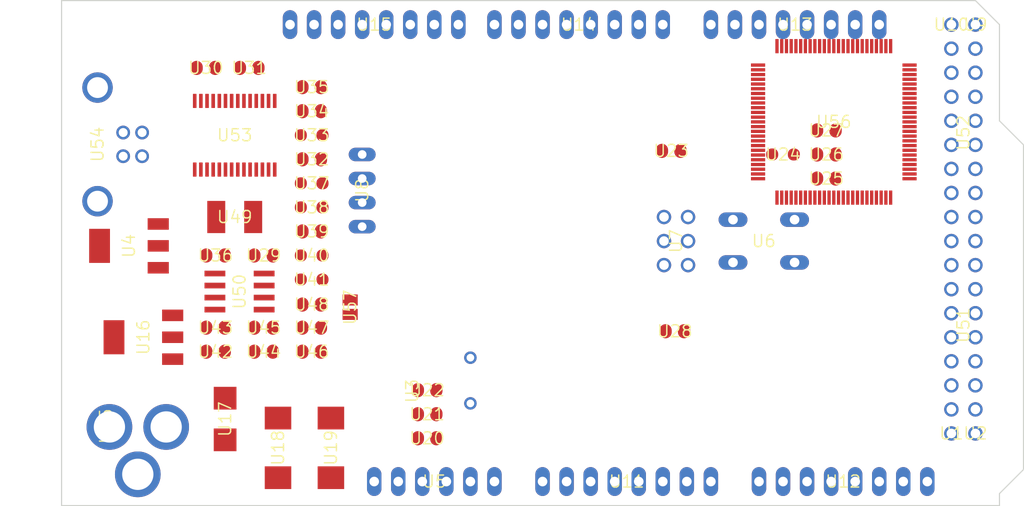
<source format=kicad_pcb>
(kicad_pcb (version 20221018) (generator pcbnew)
  (layers (0 "F.Cu" signal "Top") (31 "B.Cu" signal "Bottom") (34 "B.Paste" user) (35 "F.Paste" user) (36 "B.SilkS" user "B.Silkscreen") (37 "F.SilkS" user "F.Silkscreen") (38 "B.Mask" user) (39 "F.Mask" user) (44 "Edge.Cuts" user))
  (net 0 "")
  (net 1 "+5V")
  (net 2 "GND")
  (net 3 "N$6")
  (net 4 "N$7")
  (net 5 "AREF")
  (net 6 "RESET")
  (net 7 "VIN")
  (net 8 "N$3")
  (net 9 "PWRIN")
  (net 10 "M8RXD")
  (net 11 "M8TXD")
  (net 12 "ADC0")
  (net 13 "ADC2")
  (net 14 "ADC1")
  (net 15 "ADC3")
  (net 16 "ADC4")
  (net 17 "ADC5")
  (net 18 "ADC6")
  (net 19 "ADC7")
  (net 20 "+3V3")
  (net 21 "SDA")
  (net 22 "SCL")
  (net 23 "ADC9")
  (net 24 "ADC8")
  (net 25 "ADC10")
  (net 26 "ADC11")
  (net 27 "ADC12")
  (net 28 "ADC13")
  (net 29 "ADC14")
  (net 30 "ADC15")
  (net 31 "PB3")
  (net 32 "PB2")
  (net 33 "PB1")
  (net 34 "PB5")
  (net 35 "PB4")
  (net 36 "PE5")
  (net 37 "PE4")
  (net 38 "PE3")
  (net 39 "PE1")
  (net 40 "PE0")
  (net 41 "N$15")
  (net 42 "N$53")
  (net 43 "N$54")
  (net 44 "N$55")
  (net 45 "D-")
  (net 46 "D+")
  (net 47 "N$60")
  (net 48 "DTR")
  (net 49 "USBVCC")
  (net 50 "N$2")
  (net 51 "N$4")
  (net 52 "GATE_CMD")
  (net 53 "CMP")
  (net 54 "PB6")
  (net 55 "PH3")
  (net 56 "PH4")
  (net 57 "PH5")
  (net 58 "PH6")
  (net 59 "PG5")
  (net 60 "RXD1")
  (net 61 "TXD1")
  (net 62 "RXD2")
  (net 63 "RXD3")
  (net 64 "TXD2")
  (net 65 "TXD3")
  (net 66 "PC0")
  (net 67 "PC1")
  (net 68 "PC2")
  (net 69 "PC3")
  (net 70 "PC4")
  (net 71 "PC5")
  (net 72 "PC6")
  (net 73 "PC7")
  (net 74 "PB0")
  (net 75 "PG0")
  (net 76 "PG1")
  (net 77 "PG2")
  (net 78 "PD7")
  (net 79 "PA0")
  (net 80 "PA1")
  (net 81 "PA2")
  (net 82 "PA3")
  (net 83 "PA4")
  (net 84 "PA5")
  (net 85 "PA6")
  (net 86 "PA7")
  (net 87 "PL0")
  (net 88 "PL1")
  (net 89 "PL2")
  (net 90 "PL3")
  (net 91 "PL4")
  (net 92 "PL5")
  (net 93 "PL6")
  (net 94 "PL7")
  (net 95 "PB7")
  (net 96 "CTS")
  (net 97 "DSR")
  (net 98 "DCD")
  (net 99 "RI")
  (footprint "Arduino_MEGA_Reference_Design:2X03" (layer "F.Cu") (at 162.5981 103.7336 -90)
    (fp_text reference "U7")
    (fp_text value "")
  )
  (footprint "Arduino_MEGA_Reference_Design:1X08" (layer "F.Cu") (at 152.3111 80.8736 180)
    (fp_text reference "U14")
    (fp_text value "")
  )
  (footprint "Arduino_MEGA_Reference_Design:1X08" (layer "F.Cu") (at 130.7211 80.8736 180)
    (fp_text reference "U15")
    (fp_text value "")
  )
  (footprint "Arduino_MEGA_Reference_Design:SMC_D" (layer "F.Cu") (at 120.5611 125.5776 -90)
    (fp_text reference "U18")
    (fp_text value "")
  )
  (footprint "Arduino_MEGA_Reference_Design:SMC_D" (layer "F.Cu") (at 126.1491 125.5776 -90)
    (fp_text reference "U19")
    (fp_text value "")
  )
  (footprint "Arduino_MEGA_Reference_Design:B3F-10XX" (layer "F.Cu") (at 171.8691 103.7336 180)
    (fp_text reference "U6")
    (fp_text value "")
  )
  (footprint "Arduino_MEGA_Reference_Design:0805RND" (layer "F.Cu") (at 173.9011 94.5896 180)
    (fp_text reference "U24")
    (fp_text value "")
  )
  (footprint "Arduino_MEGA_Reference_Design:SMB" (layer "F.Cu") (at 114.9731 122.5296 -90)
    (fp_text reference "U17")
    (fp_text value "")
  )
  (footprint "Arduino_MEGA_Reference_Design:DC-21MM" (layer "F.Cu") (at 103.0351 123.2916 90)
    (fp_text reference "U55")
    (fp_text value "")
  )
  (footprint "Arduino_MEGA_Reference_Design:HC49_S" (layer "F.Cu") (at 140.8811 118.4656 90)
    (fp_text reference "U3")
    (fp_text value "")
  )
  (footprint "Arduino_MEGA_Reference_Design:SOT223" (layer "F.Cu") (at 106.3371 113.8936 90)
    (fp_text reference "U16")
    (fp_text value "")
  )
  (footprint "Arduino_MEGA_Reference_Design:1X06" (layer "F.Cu") (at 137.0711 129.1336)
    (fp_text reference "U5")
    (fp_text value "")
  )
  (footprint "Arduino_MEGA_Reference_Design:C0805RND" (layer "F.Cu") (at 124.1171 87.4776)
    (fp_text reference "U35")
    (fp_text value "")
  )
  (footprint "Arduino_MEGA_Reference_Design:C0805RND" (layer "F.Cu") (at 162.4711 113.2586)
    (fp_text reference "U28")
    (fp_text value "")
  )
  (footprint "Arduino_MEGA_Reference_Design:C0805RND" (layer "F.Cu") (at 136.3091 122.0216)
    (fp_text reference "U21")
    (fp_text value "")
  )
  (footprint "Arduino_MEGA_Reference_Design:C0805RND" (layer "F.Cu") (at 136.3091 119.4816)
    (fp_text reference "U22")
    (fp_text value "")
  )
  (footprint "Arduino_MEGA_Reference_Design:C0805RND" (layer "F.Cu") (at 113.9571 112.8776)
    (fp_text reference "U43")
    (fp_text value "")
  )
  (footprint "Arduino_MEGA_Reference_Design:RCL_0805RND" (layer "F.Cu") (at 124.1171 105.2576)
    (fp_text reference "U40")
    (fp_text value "")
  )
  (footprint "Arduino_MEGA_Reference_Design:RCL_0805RND" (layer "F.Cu") (at 124.1171 107.7976)
    (fp_text reference "U41")
    (fp_text value "")
  )
  (footprint "Arduino_MEGA_Reference_Design:1X08" (layer "F.Cu") (at 157.3911 129.1336)
    (fp_text reference "U11")
    (fp_text value "")
  )
  (footprint "Arduino_MEGA_Reference_Design:1X08" (layer "F.Cu") (at 175.1711 80.8736 180)
    (fp_text reference "U13")
    (fp_text value "")
  )
  (footprint "Arduino_MEGA_Reference_Design:R0805RND" (layer "F.Cu") (at 178.4731 94.5896 180)
    (fp_text reference "U26")
    (fp_text value "")
  )
  (footprint "Arduino_MEGA_Reference_Design:R0805RND" (layer "F.Cu") (at 178.4731 92.0496 180)
    (fp_text reference "U27")
    (fp_text value "")
  )
  (footprint "Arduino_MEGA_Reference_Design:TQFP100" (layer "F.Cu") (at 179.26370239257812 91.14759826660156 0)
    (fp_text reference "U56")
    (fp_text value "")
  )
  (footprint "Arduino_MEGA_Reference_Design:C0805RND" (layer "F.Cu") (at 162.0901 94.2086 180)
    (fp_text reference "U23")
    (fp_text value "")
  )
  (footprint "Arduino_MEGA_Reference_Design:C0805RND" (layer "F.Cu") (at 136.3091 124.5616)
    (fp_text reference "U20")
    (fp_text value "")
  )
  (footprint "Arduino_MEGA_Reference_Design:1X08" (layer "F.Cu") (at 180.2511 129.1336)
    (fp_text reference "U12")
    (fp_text value "")
  )
  (footprint "Arduino_MEGA_Reference_Design:R0805RND" (layer "F.Cu") (at 124.1171 112.8776)
    (fp_text reference "U47")
    (fp_text value "")
  )
  (footprint "Arduino_MEGA_Reference_Design:C0805RND" (layer "F.Cu") (at 124.1171 115.4176)
    (fp_text reference "U46")
    (fp_text value "")
  )
  (footprint "Arduino_MEGA_Reference_Design:C0805RND" (layer "F.Cu") (at 113.9571 105.2576)
    (fp_text reference "U36")
    (fp_text value "")
  )
  (footprint "Arduino_MEGA_Reference_Design:C0805RND" (layer "F.Cu") (at 112.9411 85.4456)
    (fp_text reference "U30")
    (fp_text value "")
  )
  (footprint "Arduino_MEGA_Reference_Design:0805RND" (layer "F.Cu") (at 124.1171 100.1776 180)
    (fp_text reference "U38")
    (fp_text value "")
  )
  (footprint "Arduino_MEGA_Reference_Design:0805RND" (layer "F.Cu") (at 124.1171 97.6376 180)
    (fp_text reference "U37")
    (fp_text value "")
  )
  (footprint "Arduino_MEGA_Reference_Design:R0805RND" (layer "F.Cu") (at 124.1171 95.0976)
    (fp_text reference "U32")
    (fp_text value "")
  )
  (footprint "Arduino_MEGA_Reference_Design:R0805RND" (layer "F.Cu") (at 124.1171 102.7176)
    (fp_text reference "U39")
    (fp_text value "")
  )
  (footprint "Arduino_MEGA_Reference_Design:SSOP28" (layer "F.Cu") (at 115.9891 92.5576)
    (fp_text reference "U53")
    (fp_text value "")
  )
  (footprint "Arduino_MEGA_Reference_Design:PN61729" (layer "F.Cu") (at 98.9584 93.5228 -90)
    (fp_text reference "U54")
    (fp_text value "")
  )
  (footprint "Arduino_MEGA_Reference_Design:L1812" (layer "F.Cu") (at 115.9891 101.1936)
    (fp_text reference "U49")
    (fp_text value "")
  )
  (footprint "Arduino_MEGA_Reference_Design:C0805RND" (layer "F.Cu") (at 117.5131 85.4456)
    (fp_text reference "U31")
    (fp_text value "")
  )
  (footprint "Arduino_MEGA_Reference_Design:0805RND" (layer "F.Cu") (at 124.1171 92.5576 180)
    (fp_text reference "U33")
    (fp_text value "")
  )
  (footprint "Arduino_MEGA_Reference_Design:R0805RND" (layer "F.Cu") (at 124.1171 90.0176 180)
    (fp_text reference "U34")
    (fp_text value "")
  )
  (footprint "Arduino_MEGA_Reference_Design:C0805RND" (layer "F.Cu") (at 124.1171 110.4392 180)
    (fp_text reference "U48")
    (fp_text value "")
  )
  (footprint "Arduino_MEGA_Reference_Design:SOT223" (layer "F.Cu") (at 104.8131 104.2416 90)
    (fp_text reference "U4")
    (fp_text value "")
  )
  (footprint "Arduino_MEGA_Reference_Design:SO08" (layer "F.Cu") (at 116.4971 109.0676 -90)
    (fp_text reference "U50")
    (fp_text value "")
  )
  (footprint "Arduino_MEGA_Reference_Design:R0805RND" (layer "F.Cu") (at 113.9571 115.4176 180)
    (fp_text reference "U42")
    (fp_text value "")
  )
  (footprint "Arduino_MEGA_Reference_Design:R0805RND" (layer "F.Cu") (at 119.0371 112.8776 180)
    (fp_text reference "U45")
    (fp_text value "")
  )
  (footprint "Arduino_MEGA_Reference_Design:C0805RND" (layer "F.Cu") (at 119.0371 115.4176 180)
    (fp_text reference "U44")
    (fp_text value "")
  )
  (footprint "Arduino_MEGA_Reference_Design:C0805RND" (layer "F.Cu") (at 119.0371 105.2576)
    (fp_text reference "U29")
    (fp_text value "")
  )
  (footprint "Arduino_MEGA_Reference_Design:2X08" (layer "F.Cu") (at 192.9511 92.3036 90)
    (fp_text reference "U52")
    (fp_text value "")
  )
  (footprint "Arduino_MEGA_Reference_Design:2X08" (layer "F.Cu") (at 192.9511 112.6236 90)
    (fp_text reference "U51")
    (fp_text value "")
  )
  (footprint "Arduino_MEGA_Reference_Design:R0805RND" (layer "F.Cu") (at 178.4731 97.1296 180)
    (fp_text reference "U25")
    (fp_text value "")
  )
  (footprint "Arduino_MEGA_Reference_Design:1X01" (layer "F.Cu") (at 191.6811 80.8736)
    (fp_text reference "U10")
    (fp_text value "")
  )
  (footprint "Arduino_MEGA_Reference_Design:1X01" (layer "F.Cu") (at 194.2211 80.8736)
    (fp_text reference "U9")
    (fp_text value "")
  )
  (footprint "Arduino_MEGA_Reference_Design:1X01" (layer "F.Cu") (at 191.6811 124.0536)
    (fp_text reference "U1")
    (fp_text value "")
  )
  (footprint "Arduino_MEGA_Reference_Design:1X01" (layer "F.Cu") (at 194.2211 124.0536)
    (fp_text reference "U2")
    (fp_text value "")
  )
  (footprint "Arduino_MEGA_Reference_Design:SJ" (layer "F.Cu") (at 128.1811 110.7186 -90)
    (fp_text reference "U57")
    (fp_text value "")
  )
  (footprint "Arduino_MEGA_Reference_Design:JP4" (layer "F.Cu") (at 129.4511 98.3996 -90)
    (fp_text reference "U8")
    (fp_text value "")
  )
  (gr_line (start 196.7611 80.8736) (end 196.7611 91.0336) (layer "Edge.Cuts") (width 0.12))
  (gr_line (start 196.7611 130.4036) (end 196.7611 131.6736) (layer "Edge.Cuts") (width 0.12))
  (gr_line (start 194.2211 78.3336) (end 196.7611 80.8736) (layer "Edge.Cuts") (width 0.12))
  (gr_line (start 97.7011 78.3336) (end 194.2211 78.3336) (layer "Edge.Cuts") (width 0.12))
  (gr_line (start 196.7611 91.0336) (end 199.3011 93.5736) (layer "Edge.Cuts") (width 0.12))
  (gr_line (start 97.7011 131.6736) (end 97.7011 78.3336) (layer "Edge.Cuts") (width 0.12))
  (gr_line (start 196.7611 131.6736) (end 97.7011 131.6736) (layer "Edge.Cuts") (width 0.12))
  (gr_line (start 199.3011 93.5736) (end 199.3011 127.8636) (layer "Edge.Cuts") (width 0.12))
  (gr_line (start 199.3011 127.8636) (end 196.7611 130.4036) (layer "Edge.Cuts") (width 0.12))
)
</source>
